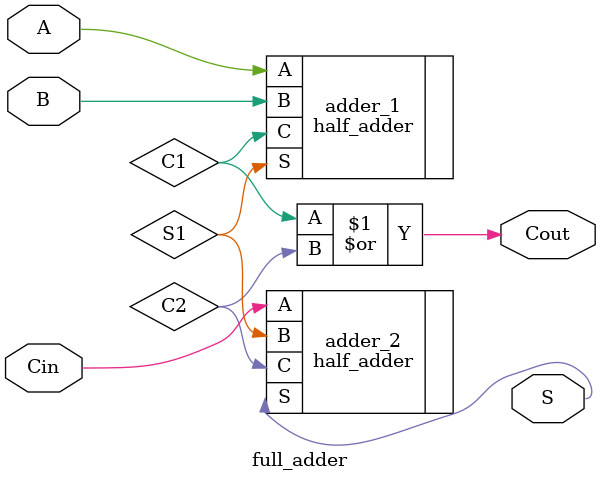
<source format=v>
module full_adder(A, B, Cin, Cout, S);
	input A, B, Cin;
	output Cout, S;
	wire C1, C2, S1;
	half_adder adder_1(.A(A), .B(B), .C(C1), .S(S1));
	half_adder adder_2(.A(Cin), .B(S1), .C(C2), .S(S));
	assign Cout = C1 | C2;
endmodule

</source>
